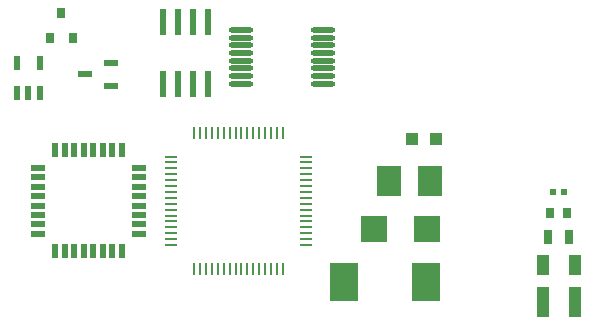
<source format=gtp>
G04 Layer_Color=8421504*
%FSLAX24Y24*%
%MOIN*%
G70*
G01*
G75*
%ADD10R,0.0394X0.0394*%
%ADD11R,0.0945X0.1299*%
%ADD12R,0.0787X0.0984*%
%ADD13R,0.0906X0.0906*%
%ADD14R,0.0315X0.0354*%
%ADD15R,0.0200X0.0500*%
%ADD16R,0.0453X0.0236*%
%ADD17R,0.0240X0.0870*%
%ADD18R,0.0394X0.0087*%
%ADD19R,0.0087X0.0394*%
%ADD20R,0.0220X0.0500*%
%ADD21R,0.0500X0.0220*%
%ADD22R,0.0433X0.1024*%
%ADD23R,0.0433X0.0669*%
%ADD24R,0.0315X0.0472*%
%ADD25R,0.0315X0.0354*%
%ADD26R,0.0236X0.0197*%
%ADD27O,0.0827X0.0177*%
D10*
X30394Y19055D02*
D03*
X31181D02*
D03*
D11*
X30856Y14291D02*
D03*
X28120D02*
D03*
D12*
X29606Y17677D02*
D03*
X31004D02*
D03*
D13*
X29114Y16063D02*
D03*
X30886D02*
D03*
D14*
X18327Y22441D02*
D03*
X19075D02*
D03*
X18701Y23268D02*
D03*
D15*
X17978Y21591D02*
D03*
X17228Y20591D02*
D03*
X17978D02*
D03*
X17598Y20591D02*
D03*
X17228Y21591D02*
D03*
D16*
X19478Y21220D02*
D03*
X20364Y21594D02*
D03*
Y20846D02*
D03*
D17*
X22085Y22959D02*
D03*
X22585D02*
D03*
X23085D02*
D03*
X23585D02*
D03*
Y20899D02*
D03*
X23085D02*
D03*
X22585D02*
D03*
X22085D02*
D03*
D18*
X22343Y16713D02*
D03*
Y16319D02*
D03*
Y15925D02*
D03*
Y15531D02*
D03*
Y15728D02*
D03*
Y16122D02*
D03*
Y16516D02*
D03*
Y18484D02*
D03*
Y18091D02*
D03*
Y17697D02*
D03*
Y17303D02*
D03*
Y18287D02*
D03*
Y17894D02*
D03*
Y17500D02*
D03*
Y16909D02*
D03*
Y17106D02*
D03*
X26870Y17303D02*
D03*
Y17697D02*
D03*
Y18091D02*
D03*
Y18484D02*
D03*
Y18287D02*
D03*
Y17894D02*
D03*
Y17500D02*
D03*
Y15531D02*
D03*
Y15925D02*
D03*
Y16319D02*
D03*
Y16713D02*
D03*
Y15728D02*
D03*
Y16122D02*
D03*
Y16516D02*
D03*
Y17106D02*
D03*
Y16909D02*
D03*
D19*
X24311Y19272D02*
D03*
X23917D02*
D03*
X23524D02*
D03*
X23130D02*
D03*
X23327D02*
D03*
X23721D02*
D03*
X24114D02*
D03*
X26083D02*
D03*
X25689D02*
D03*
X25295D02*
D03*
X24902D02*
D03*
X25886D02*
D03*
X25492D02*
D03*
X25098D02*
D03*
X24508D02*
D03*
X24705D02*
D03*
X24902Y14744D02*
D03*
X25295D02*
D03*
X25689D02*
D03*
X26083D02*
D03*
X25886D02*
D03*
X25492D02*
D03*
X25098D02*
D03*
X23130D02*
D03*
X23524D02*
D03*
X23917D02*
D03*
X24311D02*
D03*
X23327D02*
D03*
X23721D02*
D03*
X24114D02*
D03*
X24705D02*
D03*
X24508D02*
D03*
D20*
X18504Y18698D02*
D03*
X18819D02*
D03*
X19134D02*
D03*
X19449D02*
D03*
X19764D02*
D03*
X20079D02*
D03*
X20394D02*
D03*
X20709D02*
D03*
Y15318D02*
D03*
X20394D02*
D03*
X20079D02*
D03*
X19764D02*
D03*
X19449D02*
D03*
X19134D02*
D03*
X18819D02*
D03*
X18504D02*
D03*
D21*
X21296Y18110D02*
D03*
Y17795D02*
D03*
Y17480D02*
D03*
Y17165D02*
D03*
Y16850D02*
D03*
Y16535D02*
D03*
Y16220D02*
D03*
Y15905D02*
D03*
X17916D02*
D03*
Y16220D02*
D03*
Y16535D02*
D03*
Y16850D02*
D03*
Y17165D02*
D03*
Y17480D02*
D03*
Y17795D02*
D03*
Y18110D02*
D03*
D22*
X35807Y13638D02*
D03*
X34744D02*
D03*
D23*
X35807Y14858D02*
D03*
X34744D02*
D03*
D24*
X34921Y15803D02*
D03*
X35630D02*
D03*
D25*
X35551Y16591D02*
D03*
X35000D02*
D03*
D26*
X35079Y17299D02*
D03*
X35472D02*
D03*
D27*
X24705Y22707D02*
D03*
Y22451D02*
D03*
Y22195D02*
D03*
Y21939D02*
D03*
Y21683D02*
D03*
Y21427D02*
D03*
Y21171D02*
D03*
Y20915D02*
D03*
X27421Y22707D02*
D03*
Y22451D02*
D03*
Y22195D02*
D03*
Y21939D02*
D03*
Y21683D02*
D03*
Y21427D02*
D03*
Y21171D02*
D03*
Y20915D02*
D03*
M02*

</source>
